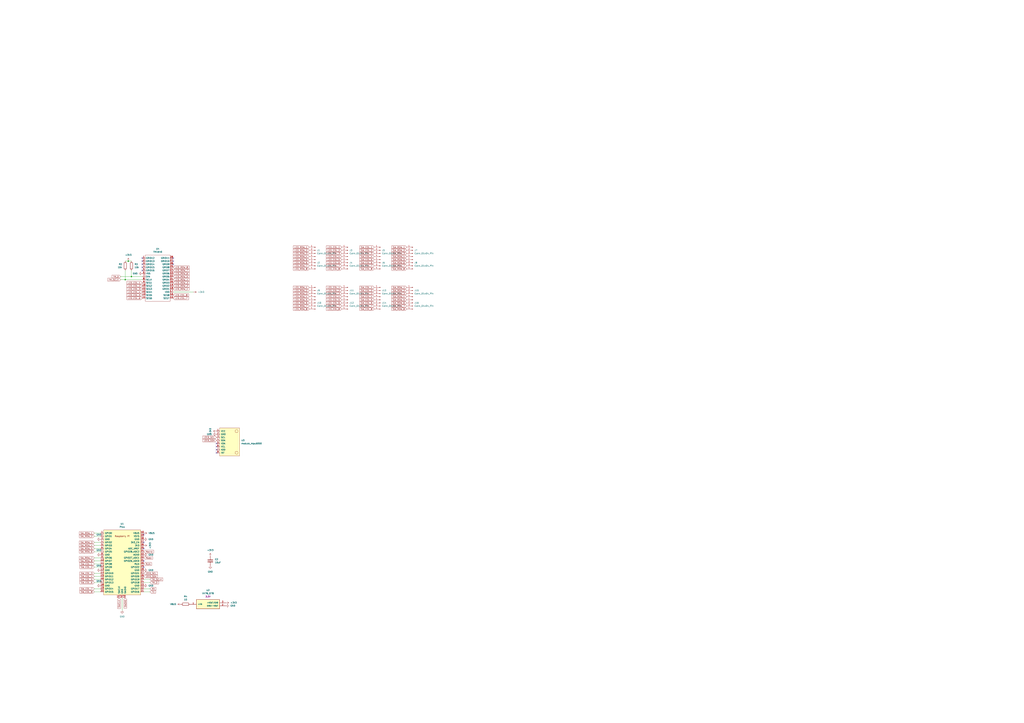
<source format=kicad_sch>
(kicad_sch (version 20231120) (generator "eeschema") (generator_version "8.0")
  (paper "A1")
  (lib_symbols
    (symbol "Connector:Conn_01x04_Pin" (pin_names (offset 1.016) hide)
      (property "Reference" "J" (at 0 5.08 0))
      (property "Value" "Conn_01x04_Pin" (at 0 -7.62 0))
      (symbol "Conn_01x04_Pin_1_1"
        (polyline (pts (xy 1.27 -5.08) (xy 0.8636 -5.08)) (stroke (width 0.1524)))
        (polyline (pts (xy 1.27 -2.54) (xy 0.8636 -2.54)) (stroke (width 0.1524)))
        (polyline (pts (xy 1.27 0) (xy 0.8636 0)) (stroke (width 0.1524)))
        (polyline (pts (xy 1.27 2.54) (xy 0.8636 2.54)) (stroke (width 0.1524)))
        (rectangle (start 0.8636 -4.953) (end 0 -5.207) (stroke (width 0.1524)) (fill (type outline)))
        (rectangle (start 0.8636 -2.413) (end 0 -2.667) (stroke (width 0.1524)) (fill (type outline)))
        (rectangle (start 0.8636 0.127) (end 0 -0.127) (stroke (width 0.1524)) (fill (type outline)))
        (rectangle (start 0.8636 2.667) (end 0 2.413) (stroke (width 0.1524)) (fill (type outline)))
        (pin passive line (at 5.08 2.54 180) (length 3.81) (name "Pin_1") (number "1"))
        (pin passive line (at 5.08 0 180) (length 3.81) (name "Pin_2") (number "2"))
        (pin passive line (at 5.08 -2.54 180) (length 3.81) (name "Pin_3") (number "3"))
        (pin passive line (at 5.08 -5.08 180) (length 3.81) (name "Pin_4") (number "4"))
      )
    )
    (symbol "Device:C" (pin_numbers hide) (pin_names (offset 0.254))
      (property "Reference" "C" (at 0.635 2.54 0))
      (property "Value" "C" (at 0.635 -2.54 0))
      (symbol "C_0_1"
        (polyline (pts (xy -2.032 -0.762) (xy 2.032 -0.762)) (stroke (width 0.508)))
        (polyline (pts (xy -2.032 0.762) (xy 2.032 0.762)) (stroke (width 0.508)))
      )
      (symbol "C_1_1"
        (pin passive line (at 0 3.81 270) (length 2.794) (name "~") (number "1"))
        (pin passive line (at 0 -3.81 90) (length 2.794) (name "~") (number "2"))
      )
    )
    (symbol "Device:R" (pin_numbers hide) (pin_names (offset 0))
      (property "Reference" "R" (at 2.032 0 90))
      (property "Value" "R" (at 0 0 90))
      (symbol "R_0_1"
        (rectangle (start -1.016 -2.54) (end 1.016 2.54) (stroke (width 0.254)))
      )
      (symbol "R_1_1"
        (pin passive line (at 0 3.81 270) (length 1.27) (name "~") (number "1"))
        (pin passive line (at 0 -3.81 90) (length 1.27) (name "~") (number "2"))
      )
    )
    (symbol "Hugelton:TM1640"
      (property "Reference" "U" (at -0.254 5.334 0))
      (property "Value" "TM1640" (at 0 3.048 0))
      (symbol "TM1640_0_1"
        (rectangle (start -10.16 0) (end 10.16 -38.1))
      )
      (symbol "TM1640_1_0"
        (pin input line (at -12.7 -2.54 0) (length 2.54) (name "GRID12") (number "1"))
        (pin input line (at -12.7 -25.4 0) (length 2.54) (name "SEG2") (number "10"))
        (pin input line (at -12.7 -27.94 0) (length 2.54) (name "SEG3") (number "11"))
        (pin input line (at -12.7 -30.48 0) (length 2.54) (name "SEG4") (number "12"))
        (pin input line (at -12.7 -33.02 0) (length 2.54) (name "SEG5") (number "13"))
        (pin input line (at -12.7 -35.56 0) (length 2.54) (name "SEG6") (number "14"))
        (pin input line (at 12.7 -35.56 180) (length 2.54) (name "SEG7") (number "15"))
        (pin input line (at 12.7 -33.02 180) (length 2.54) (name "SEG8") (number "16"))
        (pin input line (at 12.7 -27.94 180) (length 2.54) (name "GRID1") (number "18"))
        (pin input line (at 12.7 -25.4 180) (length 2.54) (name "GRID2") (number "19"))
        (pin input line (at -12.7 -5.08 0) (length 2.54) (name "GRID13") (number "2"))
        (pin input line (at 12.7 -22.86 180) (length 2.54) (name "GRID3") (number "20"))
        (pin input line (at 12.7 -20.32 180) (length 2.54) (name "GRID4") (number "21"))
        (pin input line (at 12.7 -17.78 180) (length 2.54) (name "GRID5") (number "22"))
        (pin input line (at 12.7 -15.24 180) (length 2.54) (name "GRID6") (number "23"))
        (pin input line (at 12.7 -12.7 180) (length 2.54) (name "GRID7") (number "24"))
        (pin input line (at 12.7 -10.16 180) (length 2.54) (name "GRID8") (number "25"))
        (pin input line (at 12.7 -7.62 180) (length 2.54) (name "GRID9") (number "26"))
        (pin input line (at 12.7 -5.08 180) (length 2.54) (name "GRID10") (number "27"))
        (pin input line (at 12.7 -2.54 180) (length 2.54) (name "GRID11") (number "28"))
        (pin input line (at -12.7 -7.62 0) (length 2.54) (name "GRID14") (number "3"))
        (pin input line (at -12.7 -10.16 0) (length 2.54) (name "GRID15") (number "4"))
        (pin input line (at -12.7 -12.7 0) (length 2.54) (name "GRID16") (number "5"))
        (pin input line (at -12.7 -15.24 0) (length 2.54) (name "VSS") (number "6"))
        (pin input line (at -12.7 -17.78 0) (length 2.54) (name "DIN") (number "7"))
        (pin input line (at -12.7 -20.32 0) (length 2.54) (name "SCLK") (number "8"))
        (pin input line (at -12.7 -22.86 0) (length 2.54) (name "SEG1") (number "9"))
      )
      (symbol "TM1640_1_1"
        (pin input line (at 12.7 -30.48 180) (length 2.54) (name "VDD") (number "17"))
      )
    )
    (symbol "Hugelton:VX78_O78" (pin_names (offset 1.016))
      (property "Reference" "U" (at -6.35 5.08 0))
      (property "Value" "VX78_O78" (at 0 -5.842 0))
      (property "Volt" "~" (at 0 -7.874 0))
      (symbol "VX78_O78_0_0"
        (rectangle (start -8.89 3.81) (end 10.16 -3.81) (stroke (width 0.254)) (fill (type background)))
        (pin input line (at -13.97 0 0) (length 5.08) (name "+VIN") (number "1"))
        (pin output line (at 15.24 -1.27 180) (length 5.08) (name "GND/-VOUT") (number "2"))
        (pin output line (at 15.24 1.27 180) (length 5.08) (name "+VOUT/GND") (number "3"))
      )
    )
    (symbol "MCU_RaspberryPi_and_Boards:Pico" (pin_names (offset 1.016))
      (property "Reference" "U" (at -13.97 27.94 0))
      (property "Value" "Pico" (at 0 19.05 0))
      (symbol "Pico_0_0"
        (text "Raspberry Pi" (at 0 21.59 0) (effects (font (size 1.27 1.27))))
      )
      (symbol "Pico_0_1"
        (rectangle (start -15.24 26.67) (end 15.24 -26.67) (fill (type background)))
      )
      (symbol "Pico_1_1"
        (pin bidirectional line (at -17.78 24.13 0) (length 2.54) (name "GPIO0") (number "1"))
        (pin bidirectional line (at -17.78 1.27 0) (length 2.54) (name "GPIO7") (number "10"))
        (pin bidirectional line (at -17.78 -1.27 0) (length 2.54) (name "GPIO8") (number "11"))
        (pin bidirectional line (at -17.78 -3.81 0) (length 2.54) (name "GPIO9") (number "12"))
        (pin power_in line (at -17.78 -6.35 0) (length 2.54) (name "GND") (number "13"))
        (pin bidirectional line (at -17.78 -8.89 0) (length 2.54) (name "GPIO10") (number "14"))
        (pin bidirectional line (at -17.78 -11.43 0) (length 2.54) (name "GPIO11") (number "15"))
        (pin bidirectional line (at -17.78 -13.97 0) (length 2.54) (name "GPIO12") (number "16"))
        (pin bidirectional line (at -17.78 -16.51 0) (length 2.54) (name "GPIO13") (number "17"))
        (pin power_in line (at -17.78 -19.05 0) (length 2.54) (name "GND") (number "18"))
        (pin bidirectional line (at -17.78 -21.59 0) (length 2.54) (name "GPIO14") (number "19"))
        (pin bidirectional line (at -17.78 21.59 0) (length 2.54) (name "GPIO1") (number "2"))
        (pin bidirectional line (at -17.78 -24.13 0) (length 2.54) (name "GPIO15") (number "20"))
        (pin bidirectional line (at 17.78 -24.13 180) (length 2.54) (name "GPIO16") (number "21"))
        (pin bidirectional line (at 17.78 -21.59 180) (length 2.54) (name "GPIO17") (number "22"))
        (pin power_in line (at 17.78 -19.05 180) (length 2.54) (name "GND") (number "23"))
        (pin bidirectional line (at 17.78 -16.51 180) (length 2.54) (name "GPIO18") (number "24"))
        (pin bidirectional line (at 17.78 -13.97 180) (length 2.54) (name "GPIO19") (number "25"))
        (pin bidirectional line (at 17.78 -11.43 180) (length 2.54) (name "GPIO20") (number "26"))
        (pin bidirectional line (at 17.78 -8.89 180) (length 2.54) (name "GPIO21") (number "27"))
        (pin power_in line (at 17.78 -6.35 180) (length 2.54) (name "GND") (number "28"))
        (pin bidirectional line (at 17.78 -3.81 180) (length 2.54) (name "GPIO22") (number "29"))
        (pin power_in line (at -17.78 19.05 0) (length 2.54) (name "GND") (number "3"))
        (pin input line (at 17.78 -1.27 180) (length 2.54) (name "RUN") (number "30"))
        (pin bidirectional line (at 17.78 1.27 180) (length 2.54) (name "GPIO26_ADC0") (number "31"))
        (pin bidirectional line (at 17.78 3.81 180) (length 2.54) (name "GPIO27_ADC1") (number "32"))
        (pin power_in line (at 17.78 6.35 180) (length 2.54) (name "AGND") (number "33"))
        (pin bidirectional line (at 17.78 8.89 180) (length 2.54) (name "GPIO28_ADC2") (number "34"))
        (pin unspecified line (at 17.78 11.43 180) (length 2.54) (name "ADC_VREF") (number "35"))
        (pin power_out line (at 17.78 13.97 180) (length 2.54) (name "3V3") (number "36"))
        (pin input line (at 17.78 16.51 180) (length 2.54) (name "3V3_EN") (number "37"))
        (pin power_in line (at 17.78 19.05 180) (length 2.54) (name "GND") (number "38"))
        (pin power_in line (at 17.78 21.59 180) (length 2.54) (name "VSYS") (number "39"))
        (pin bidirectional line (at -17.78 16.51 0) (length 2.54) (name "GPIO2") (number "4"))
        (pin unspecified line (at 17.78 24.13 180) (length 2.54) (name "VBUS") (number "40"))
        (pin input line (at -2.54 -29.21 90) (length 2.54) (name "SWCLK") (number "41"))
        (pin power_in line (at 0 -29.21 90) (length 2.54) (name "GND") (number "42"))
        (pin bidirectional line (at 2.54 -29.21 90) (length 2.54) (name "SWDIO") (number "43"))
        (pin bidirectional line (at -17.78 13.97 0) (length 2.54) (name "GPIO3") (number "5"))
        (pin bidirectional line (at -17.78 11.43 0) (length 2.54) (name "GPIO4") (number "6"))
        (pin bidirectional line (at -17.78 8.89 0) (length 2.54) (name "GPIO5") (number "7"))
        (pin power_in line (at -17.78 6.35 0) (length 2.54) (name "GND") (number "8"))
        (pin bidirectional line (at -17.78 3.81 0) (length 2.54) (name "GPIO6") (number "9"))
      )
    )
    (symbol "power:+3V3" (power) (pin_numbers hide) (pin_names (offset 0) hide)
      (property "Value" "+3V3" (at 0 3.556 0))
      (symbol "+3V3_0_1"
        (polyline (pts (xy -0.762 1.27) (xy 0 2.54)))
        (polyline (pts (xy 0 0) (xy 0 2.54)))
        (polyline (pts (xy 0 2.54) (xy 0.762 1.27)))
      )
      (symbol "+3V3_1_1"
        (pin power_in line (at 0 0 90) (length 0) (name "~") (number "1"))
      )
    )
    (symbol "power:GND" (power) (pin_numbers hide) (pin_names (offset 0) hide)
      (property "Value" "GND" (at 0 -3.81 0))
      (symbol "GND_0_1"
        (polyline (pts (xy 0 0) (xy 0 -1.27) (xy 1.27 -1.27) (xy 0 -2.54) (xy -1.27 -1.27) (xy 0 -1.27)))
      )
      (symbol "GND_1_1"
        (pin power_in line (at 0 0 270) (length 0) (name "~") (number "1"))
      )
    )
    (symbol "power:VBUS" (power) (pin_numbers hide) (pin_names (offset 0) hide)
      (property "Value" "VBUS" (at 0 3.556 0))
      (symbol "VBUS_0_1"
        (polyline (pts (xy -0.762 1.27) (xy 0 2.54)))
        (polyline (pts (xy 0 0) (xy 0 2.54)))
        (polyline (pts (xy 0 2.54) (xy 0.762 1.27)))
      )
      (symbol "VBUS_1_1"
        (pin power_in line (at 0 0 90) (length 0) (name "~") (number "1"))
      )
    )
    (symbol "usini_sensors:module_mpu6050" (pin_names (offset 1.016))
      (property "Reference" "U" (at 2.54 21.59 0))
      (property "Value" "module_mpu6050" (at 11.43 -3.81 0))
      (symbol "module_mpu6050_0_1"
        (rectangle (start 2.54 20.32) (end 19.05 -2.54) (fill (type background)))
        (circle (center 16.51 0) (radius 1.27))
        (circle (center 16.51 17.78) (radius 1.27))
      )
      (symbol "module_mpu6050_1_1"
        (pin input line (at 0 17.78 0) (length 2.54) (name "VCC") (number "1"))
        (pin input line (at 0 15.24 0) (length 2.54) (name "GND") (number "2"))
        (pin input line (at 0 12.7 0) (length 2.54) (name "SCL") (number "3"))
        (pin input line (at 0 10.16 0) (length 2.54) (name "SDA") (number "4"))
        (pin input line (at 0 7.62 0) (length 2.54) (name "XDA") (number "5"))
        (pin input line (at 0 5.08 0) (length 2.54) (name "XCL") (number "6"))
        (pin input line (at 0 2.54 0) (length 2.54) (name "ADD") (number "7"))
        (pin input line (at 0 0 0) (length 2.54) (name "INT") (number "8"))
      )
    )
  )
  (junction (at 107.95 227.33))
  (junction (at 102.87 229.87))
  (junction (at 105.41 214.63))
  (no_connect (at 118.11 445.77))
  (no_connect (at 177.8 364.49))
  (no_connect (at 116.84 222.25))
  (no_connect (at 177.8 369.57))
  (no_connect (at 118.11 450.85))
  (no_connect (at 177.8 367.03))
  (no_connect (at 142.24 212.09))
  (no_connect (at 116.84 214.63))
  (no_connect (at 177.8 372.11))
  (no_connect (at 116.84 219.71))
  (no_connect (at 142.24 217.17))
  (no_connect (at 116.84 217.17))
  (no_connect (at 118.11 461.01))
  (no_connect (at 142.24 214.63))
  (no_connect (at 118.11 466.09))
  (no_connect (at 118.11 439.42))
  (no_connect (at 116.84 212.09))
  (wire (pts (xy 123.19 486.41) (xy 118.11 486.41)))
  (wire (pts (xy 77.47 486.41) (xy 82.55 486.41)))
  (wire (pts (xy 77.47 445.77) (xy 82.55 445.77)))
  (wire (pts (xy 77.47 478.79) (xy 82.55 478.79)))
  (wire (pts (xy 105.41 214.63) (xy 107.95 214.63)))
  (wire (pts (xy 77.47 463.55) (xy 82.55 463.55)))
  (wire (pts (xy 102.87 214.63) (xy 105.41 214.63)))
  (wire (pts (xy 77.47 476.25) (xy 82.55 476.25)))
  (wire (pts (xy 102.87 229.87) (xy 116.84 229.87)))
  (wire (pts (xy 77.47 473.71) (xy 82.55 473.71)))
  (wire (pts (xy 123.19 476.25) (xy 118.11 476.25)))
  (wire (pts (xy 77.47 453.39) (xy 82.55 453.39)))
  (wire (pts (xy 99.06 229.87) (xy 102.87 229.87)))
  (wire (pts (xy 100.33 501.65) (xy 100.33 491.49)))
  (wire (pts (xy 77.47 483.87) (xy 82.55 483.87)))
  (wire (pts (xy 99.06 227.33) (xy 107.95 227.33)))
  (wire (pts (xy 107.95 222.25) (xy 107.95 227.33)))
  (wire (pts (xy 77.47 448.31) (xy 82.55 448.31)))
  (wire (pts (xy 123.19 483.87) (xy 118.11 483.87)))
  (wire (pts (xy 158.75 240.03) (xy 142.24 240.03)))
  (wire (pts (xy 77.47 466.09) (xy 82.55 466.09)))
  (wire (pts (xy 77.47 458.47) (xy 82.55 458.47)))
  (wire (pts (xy 77.47 438.15) (xy 82.55 438.15)))
  (wire (pts (xy 123.19 478.79) (xy 118.11 478.79)))
  (wire (pts (xy 77.47 471.17) (xy 82.55 471.17)))
  (wire (pts (xy 77.47 450.85) (xy 82.55 450.85)))
  (wire (pts (xy 77.47 440.69) (xy 82.55 440.69)))
  (wire (pts (xy 107.95 227.33) (xy 116.84 227.33)))
  (wire (pts (xy 77.47 461.01) (xy 82.55 461.01)))
  (wire (pts (xy 102.87 222.25) (xy 102.87 229.87)))
  (global_label "LED_ROW_8" (shape input) (at 142.24 219.71 0) (property "Intersheetrefs" "${INTERSHEET_REFS}" (effects (hide yes))))
  (global_label "LED_ROW_3" (shape input) (at 142.24 232.41 0) (property "Intersheetrefs" "${INTERSHEET_REFS}" (effects (hide yes))))
  (global_label "SW_COL_5" (shape input) (at 307.34 246.38 180) (property "Intersheetrefs" "${INTERSHEET_REFS}" (effects (hide yes))))
  (global_label "LED_ROW_6" (shape input) (at 254 248.92 180) (property "Intersheetrefs" "${INTERSHEET_REFS}" (effects (hide yes))))
  (global_label "SW_COL_4" (shape input) (at 77.47 473.71 180) (property "Intersheetrefs" "${INTERSHEET_REFS}" (effects (hide yes))))
  (global_label "LED_ROW_3" (shape input) (at 254 208.28 180) (property "Intersheetrefs" "${INTERSHEET_REFS}" (effects (hide yes))))
  (global_label "SW_ROW_2" (shape input) (at 77.47 440.69 180) (property "Intersheetrefs" "${INTERSHEET_REFS}" (effects (hide yes))))
  (global_label "SW_COL_3" (shape input) (at 307.34 241.3 180) (property "Intersheetrefs" "${INTERSHEET_REFS}" (effects (hide yes))))
  (global_label "SW_ROW_5" (shape input) (at 334.01 213.36 180) (property "Intersheetrefs" "${INTERSHEET_REFS}" (effects (hide yes))))
  (global_label "LED_COL_6" (shape input) (at 116.84 245.11 180) (property "Intersheetrefs" "${INTERSHEET_REFS}" (effects (hide yes))))
  (global_label "SW_COL_4" (shape input) (at 307.34 210.82 180) (property "Intersheetrefs" "${INTERSHEET_REFS}" (effects (hide yes))))
  (global_label "LED_COL_8" (shape input) (at 142.24 242.57 0) (property "Intersheetrefs" "${INTERSHEET_REFS}" (effects (hide yes))))
  (global_label "TM_SCLK" (shape input) (at 123.19 476.25 0) (property "Intersheetrefs" "${INTERSHEET_REFS}" (effects (hide yes))))
  (global_label "SW_ROW_5" (shape input) (at 334.01 246.38 180) (property "Intersheetrefs" "${INTERSHEET_REFS}" (effects (hide yes))))
  (global_label "LED_ROW_1" (shape input) (at 142.24 237.49 0) (property "Intersheetrefs" "${INTERSHEET_REFS}" (effects (hide yes))))
  (global_label "SW_ROW_8" (shape input) (at 77.47 461.01 180) (property "Intersheetrefs" "${INTERSHEET_REFS}" (effects (hide yes))))
  (global_label "LED_COL_5" (shape input) (at 280.67 246.38 180) (property "Intersheetrefs" "${INTERSHEET_REFS}" (effects (hide yes))))
  (global_label "LED_COL_2" (shape input) (at 280.67 205.74 180) (property "Intersheetrefs" "${INTERSHEET_REFS}" (effects (hide yes))))
  (global_label "LED_ROW_4" (shape input) (at 254 243.84 180) (property "Intersheetrefs" "${INTERSHEET_REFS}" (effects (hide yes))))
  (global_label "SW_ROW_1" (shape input) (at 77.47 438.15 180) (property "Intersheetrefs" "${INTERSHEET_REFS}" (effects (hide yes))))
  (global_label "SW_COL_6" (shape input) (at 77.47 478.79 180) (property "Intersheetrefs" "${INTERSHEET_REFS}" (effects (hide yes))))
  (global_label "SW_COL_3" (shape input) (at 77.47 471.17 180) (property "Intersheetrefs" "${INTERSHEET_REFS}" (effects (hide yes))))
  (global_label "LED_COL_4" (shape input) (at 116.84 240.03 180) (property "Intersheetrefs" "${INTERSHEET_REFS}" (effects (hide yes))))
  (global_label "SW_ROW_6" (shape input) (at 334.01 215.9 180) (property "Intersheetrefs" "${INTERSHEET_REFS}" (effects (hide yes))))
  (global_label "SW_COL_7" (shape input) (at 307.34 218.44 180) (property "Intersheetrefs" "${INTERSHEET_REFS}" (effects (hide yes))))
  (global_label "SW_COL_1" (shape input) (at 77.47 463.55 180) (property "Intersheetrefs" "${INTERSHEET_REFS}" (effects (hide yes))))
  (global_label "LED_ROW_3" (shape input) (at 254 241.3 180) (property "Intersheetrefs" "${INTERSHEET_REFS}" (effects (hide yes))))
  (global_label "SW_COL_2" (shape input) (at 77.47 466.09 180) (property "Intersheetrefs" "${INTERSHEET_REFS}" (effects (hide yes))))
  (global_label "LED_COL_6" (shape input) (at 280.67 215.9 180) (property "Intersheetrefs" "${INTERSHEET_REFS}" (effects (hide yes))))
  (global_label "LED_ROW_2" (shape input) (at 254 238.76 180) (property "Intersheetrefs" "${INTERSHEET_REFS}" (effects (hide yes))))
  (global_label "SW_COL_1" (shape input) (at 307.34 236.22 180) (property "Intersheetrefs" "${INTERSHEET_REFS}" (effects (hide yes))))
  (global_label "LED_COL_1" (shape input) (at 116.84 232.41 180) (property "Intersheetrefs" "${INTERSHEET_REFS}" (effects (hide yes))))
  (global_label "SW_COL_5" (shape input) (at 77.47 476.25 180) (property "Intersheetrefs" "${INTERSHEET_REFS}" (effects (hide yes))))
  (global_label "LED_ROW_4" (shape input) (at 254 210.82 180) (property "Intersheetrefs" "${INTERSHEET_REFS}" (effects (hide yes))))
  (global_label "LED_ROW_7" (shape input) (at 254 218.44 180) (property "Intersheetrefs" "${INTERSHEET_REFS}" (effects (hide yes))))
  (global_label "SW_ROW_4" (shape input) (at 77.47 448.31 180) (property "Intersheetrefs" "${INTERSHEET_REFS}" (effects (hide yes))))
  (global_label "SW_ROW_1" (shape input) (at 334.01 236.22 180) (property "Intersheetrefs" "${INTERSHEET_REFS}" (effects (hide yes))))
  (global_label "LED_COL_4" (shape input) (at 280.67 210.82 180) (property "Intersheetrefs" "${INTERSHEET_REFS}" (effects (hide yes))))
  (global_label "SW_COL_7" (shape input) (at 77.47 483.87 180) (property "Intersheetrefs" "${INTERSHEET_REFS}" (effects (hide yes))))
  (global_label "LED_COL_1" (shape input) (at 280.67 203.2 180) (property "Intersheetrefs" "${INTERSHEET_REFS}" (effects (hide yes))))
  (global_label "SW_ROW_7" (shape input) (at 334.01 218.44 180) (property "Intersheetrefs" "${INTERSHEET_REFS}" (effects (hide yes))))
  (global_label "SW_COL_6" (shape input) (at 307.34 215.9 180) (property "Intersheetrefs" "${INTERSHEET_REFS}" (effects (hide yes))))
  (global_label "SW_COL_3" (shape input) (at 307.34 208.28 180) (property "Intersheetrefs" "${INTERSHEET_REFS}" (effects (hide yes))))
  (global_label "SW_COL_8" (shape input) (at 307.34 220.98 180) (property "Intersheetrefs" "${INTERSHEET_REFS}" (effects (hide yes))))
  (global_label "LED_ROW_5" (shape input) (at 142.24 227.33 0) (property "Intersheetrefs" "${INTERSHEET_REFS}" (effects (hide yes))))
  (global_label "LED_COL_2" (shape input) (at 116.84 234.95 180) (property "Intersheetrefs" "${INTERSHEET_REFS}" (effects (hide yes))))
  (global_label "LED_COL_3" (shape input) (at 280.67 241.3 180) (property "Intersheetrefs" "${INTERSHEET_REFS}" (effects (hide yes))))
  (global_label "LED_ROW_8" (shape input) (at 254 220.98 180) (property "Intersheetrefs" "${INTERSHEET_REFS}" (effects (hide yes))))
  (global_label "SW_COL_6" (shape input) (at 307.34 248.92 180) (property "Intersheetrefs" "${INTERSHEET_REFS}" (effects (hide yes))))
  (global_label "LED_ROW_2" (shape input) (at 254 205.74 180) (property "Intersheetrefs" "${INTERSHEET_REFS}" (effects (hide yes))))
  (global_label "SWDIO" (shape input) (at 102.87 491.49 270) (property "Intersheetrefs" "${INTERSHEET_REFS}" (effects (hide yes))))
  (global_label "I2C0_SCL" (shape input) (at 118.11 471.17 0) (property "Intersheetrefs" "${INTERSHEET_REFS}" (effects (hide yes))))
  (global_label "LED_COL_7" (shape input) (at 280.67 251.46 180) (property "Intersheetrefs" "${INTERSHEET_REFS}" (effects (hide yes))))
  (global_label "SWCLK" (shape input) (at 97.79 491.49 270) (property "Intersheetrefs" "${INTERSHEET_REFS}" (effects (hide yes))))
  (global_label "SW_ROW_7" (shape input) (at 77.47 458.47 180) (property "Intersheetrefs" "${INTERSHEET_REFS}" (effects (hide yes))))
  (global_label "LED_ROW_2" (shape input) (at 142.24 234.95 0) (property "Intersheetrefs" "${INTERSHEET_REFS}" (effects (hide yes))))
  (global_label "LED_ROW_6" (shape input) (at 254 215.9 180) (property "Intersheetrefs" "${INTERSHEET_REFS}" (effects (hide yes))))
  (global_label "LED_COL_7" (shape input) (at 280.67 218.44 180) (property "Intersheetrefs" "${INTERSHEET_REFS}" (effects (hide yes))))
  (global_label "LED_COL_5" (shape input) (at 116.84 242.57 180) (property "Intersheetrefs" "${INTERSHEET_REFS}" (effects (hide yes))))
  (global_label "LED_COL_7" (shape input) (at 142.24 245.11 0) (property "Intersheetrefs" "${INTERSHEET_REFS}" (effects (hide yes))))
  (global_label "LED_ROW_4" (shape input) (at 142.24 229.87 0) (property "Intersheetrefs" "${INTERSHEET_REFS}" (effects (hide yes))))
  (global_label "I2C0_SDA" (shape input) (at 177.8 361.95 180) (property "Intersheetrefs" "${INTERSHEET_REFS}" (effects (hide yes))))
  (global_label "SW_ROW_8" (shape input) (at 334.01 254 180) (property "Intersheetrefs" "${INTERSHEET_REFS}" (effects (hide yes))))
  (global_label "LED_COL_6" (shape input) (at 280.67 248.92 180) (property "Intersheetrefs" "${INTERSHEET_REFS}" (effects (hide yes))))
  (global_label "LED_ROW_7" (shape input) (at 142.24 222.25 0) (property "Intersheetrefs" "${INTERSHEET_REFS}" (effects (hide yes))))
  (global_label "SW_ROW_3" (shape input) (at 77.47 445.77 180) (property "Intersheetrefs" "${INTERSHEET_REFS}" (effects (hide yes))))
  (global_label "LED_COL_3" (shape input) (at 116.84 237.49 180) (property "Intersheetrefs" "${INTERSHEET_REFS}" (effects (hide yes))))
  (global_label "SW_ROW_5" (shape input) (at 77.47 450.85 180) (property "Intersheetrefs" "${INTERSHEET_REFS}" (effects (hide yes))))
  (global_label "TX" (shape input) (at 123.19 486.41 0) (property "Intersheetrefs" "${INTERSHEET_REFS}" (effects (hide yes))))
  (global_label "LED_COL_3" (shape input) (at 280.67 208.28 180) (property "Intersheetrefs" "${INTERSHEET_REFS}" (effects (hide yes))))
  (global_label "LED_COL_5" (shape input) (at 280.67 213.36 180) (property "Intersheetrefs" "${INTERSHEET_REFS}" (effects (hide yes))))
  (global_label "LED_COL_2" (shape input) (at 280.67 238.76 180) (property "Intersheetrefs" "${INTERSHEET_REFS}" (effects (hide yes))))
  (global_label "RUN" (shape input) (at 118.11 463.55 0) (property "Intersheetrefs" "${INTERSHEET_REFS}" (effects (hide yes))))
  (global_label "SW_ROW_7" (shape input) (at 334.01 251.46 180) (property "Intersheetrefs" "${INTERSHEET_REFS}" (effects (hide yes))))
  (global_label "RX" (shape input) (at 123.19 483.87 0) (property "Intersheetrefs" "${INTERSHEET_REFS}" (effects (hide yes))))
  (global_label "SW_COL_5" (shape input) (at 307.34 213.36 180) (property "Intersheetrefs" "${INTERSHEET_REFS}" (effects (hide yes))))
  (global_label "LED_ROW_8" (shape input) (at 254 254 180) (property "Intersheetrefs" "${INTERSHEET_REFS}" (effects (hide yes))))
  (global_label "TM_D" (shape input) (at 99.06 227.33 180) (property "Intersheetrefs" "${INTERSHEET_REFS}" (effects (hide yes))))
  (global_label "I2C0_SCL" (shape input) (at 177.8 359.41 180) (property "Intersheetrefs" "${INTERSHEET_REFS}" (effects (hide yes))))
  (global_label "SW_ROW_2" (shape input) (at 334.01 238.76 180) (property "Intersheetrefs" "${INTERSHEET_REFS}" (effects (hide yes))))
  (global_label "SW_ROW_4" (shape input) (at 334.01 243.84 180) (property "Intersheetrefs" "${INTERSHEET_REFS}" (effects (hide yes))))
  (global_label "SW_ROW_3" (shape input) (at 334.01 208.28 180) (property "Intersheetrefs" "${INTERSHEET_REFS}" (effects (hide yes))))
  (global_label "SW_COL_2" (shape input) (at 307.34 205.74 180) (property "Intersheetrefs" "${INTERSHEET_REFS}" (effects (hide yes))))
  (global_label "Macro" (shape input) (at 118.11 453.39 0) (property "Intersheetrefs" "${INTERSHEET_REFS}" (effects (hide yes))))
  (global_label "SW_ROW_6" (shape input) (at 77.47 453.39 180) (property "Intersheetrefs" "${INTERSHEET_REFS}" (effects (hide yes))))
  (global_label "SW_ROW_8" (shape input) (at 334.01 220.98 180) (property "Intersheetrefs" "${INTERSHEET_REFS}" (effects (hide yes))))
  (global_label "LED_ROW_5" (shape input) (at 254 213.36 180) (property "Intersheetrefs" "${INTERSHEET_REFS}" (effects (hide yes))))
  (global_label "TM_SCLK" (shape input) (at 99.06 229.87 180) (property "Intersheetrefs" "${INTERSHEET_REFS}" (effects (hide yes))))
  (global_label "SW_COL_8" (shape input) (at 307.34 254 180) (property "Intersheetrefs" "${INTERSHEET_REFS}" (effects (hide yes))))
  (global_label "LED_COL_8" (shape input) (at 280.67 220.98 180) (property "Intersheetrefs" "${INTERSHEET_REFS}" (effects (hide yes))))
  (global_label "LED_ROW_7" (shape input) (at 254 251.46 180) (property "Intersheetrefs" "${INTERSHEET_REFS}" (effects (hide yes))))
  (global_label "SW_ROW_3" (shape input) (at 334.01 241.3 180) (property "Intersheetrefs" "${INTERSHEET_REFS}" (effects (hide yes))))
  (global_label "LED_ROW_1" (shape input) (at 254 203.2 180) (property "Intersheetrefs" "${INTERSHEET_REFS}" (effects (hide yes))))
  (global_label "SW_COL_7" (shape input) (at 307.34 251.46 180) (property "Intersheetrefs" "${INTERSHEET_REFS}" (effects (hide yes))))
  (global_label "LED_ROW_5" (shape input) (at 254 246.38 180) (property "Intersheetrefs" "${INTERSHEET_REFS}" (effects (hide yes))))
  (global_label "TM_D" (shape input) (at 123.19 478.79 0) (property "Intersheetrefs" "${INTERSHEET_REFS}" (effects (hide yes))))
  (global_label "Mode" (shape input) (at 118.11 458.47 0) (property "Intersheetrefs" "${INTERSHEET_REFS}" (effects (hide yes))))
  (global_label "LED_ROW_1" (shape input) (at 254 236.22 180) (property "Intersheetrefs" "${INTERSHEET_REFS}" (effects (hide yes))))
  (global_label "SW_COL_1" (shape input) (at 307.34 203.2 180) (property "Intersheetrefs" "${INTERSHEET_REFS}" (effects (hide yes))))
  (global_label "SW_ROW_2" (shape input) (at 334.01 205.74 180) (property "Intersheetrefs" "${INTERSHEET_REFS}" (effects (hide yes))))
  (global_label "LED_ROW_6" (shape input) (at 142.24 224.79 0) (property "Intersheetrefs" "${INTERSHEET_REFS}" (effects (hide yes))))
  (global_label "SW_ROW_6" (shape input) (at 334.01 248.92 180) (property "Intersheetrefs" "${INTERSHEET_REFS}" (effects (hide yes))))
  (global_label "SW_ROW_1" (shape input) (at 334.01 203.2 180) (property "Intersheetrefs" "${INTERSHEET_REFS}" (effects (hide yes))))
  (global_label "LED_COL_8" (shape input) (at 280.67 254 180) (property "Intersheetrefs" "${INTERSHEET_REFS}" (effects (hide yes))))
  (global_label "LED_COL_1" (shape input) (at 280.67 236.22 180) (property "Intersheetrefs" "${INTERSHEET_REFS}" (effects (hide yes))))
  (global_label "SW_COL_8" (shape input) (at 77.47 486.41 180) (property "Intersheetrefs" "${INTERSHEET_REFS}" (effects (hide yes))))
  (global_label "SW_ROW_4" (shape input) (at 334.01 210.82 180) (property "Intersheetrefs" "${INTERSHEET_REFS}" (effects (hide yes))))
  (global_label "SW_COL_4" (shape input) (at 307.34 243.84 180) (property "Intersheetrefs" "${INTERSHEET_REFS}" (effects (hide yes))))
  (global_label "I2C0_SDA" (shape input) (at 118.11 473.71 0) (property "Intersheetrefs" "${INTERSHEET_REFS}" (effects (hide yes))))
  (global_label "LED_COL_4" (shape input) (at 280.67 243.84 180) (property "Intersheetrefs" "${INTERSHEET_REFS}" (effects (hide yes))))
  (global_label "SW_COL_2" (shape input) (at 307.34 238.76 180) (property "Intersheetrefs" "${INTERSHEET_REFS}" (effects (hide yes))))
  (symbol (lib_id "power:GND") (at 82.55 443.23 270) (unit 1)
    (property "Reference" "#PWR022" (effects (hide yes)))
    (property "Value" "GND" (at 81.28 439.42 90))
    (property "Description" "Power symbol creates a global label with name \"GND\" , ground" (effects (hide yes)))
  )
  (symbol (lib_id "Device:R") (at 107.95 218.44 0) (unit 1)
    (property "Reference" "R3" (at 110.49 217.1699 0) (effects (justify left)))
    (property "Value" "10k" (at 110.49 219.7099 0) (effects (justify left)))
    (property "Footprint" "Resistor_SMD:R_0603_1608Metric_Pad0.98x0.95mm_HandSolder" (effects (hide yes)))
    (property "Description" "Resistor" (effects (hide yes)))
  )
  (symbol (lib_id "Connector:Conn_01x04_Pin") (at 339.09 215.9 0) (mirror y) (unit 1)
    (property "Reference" "J8" (at 340.36 215.8999 0) (effects (justify right)))
    (property "Value" "Conn_01x04_Pin" (at 340.36 218.4399 0) (effects (justify right)))
    (property "Footprint" "Connector_PinHeader_2.54mm:PinHeader_1x04_P2.54mm_Vertical" (effects (hide yes)))
    (property "Description" "Generic connector, single row, 01x04, script generated" (effects (hide yes)))
  )
  (symbol (lib_id "power:GND") (at 118.11 481.33 90) (unit 1)
    (property "Reference" "#PWR031" (effects (hide yes)))
    (property "Value" "GND" (at 121.92 481.3299 90) (effects (justify right)))
    (property "Description" "Power symbol creates a global label with name \"GND\" , ground" (effects (hide yes)))
  )
  (symbol (lib_id "power:+3V3") (at 118.11 448.31 270) (unit 1)
    (property "Reference" "#PWR040" (effects (hide yes)))
    (property "Value" "+3V3" (at 123.19 448.31 0))
    (property "Description" "Power symbol creates a global label with name \"+3V3\"" (effects (hide yes)))
  )
  (symbol (lib_id "Device:R") (at 102.87 218.44 0) (unit 1)
    (property "Reference" "R2" (at 100.33 217.1699 0) (effects (justify right)))
    (property "Value" "10k" (at 100.33 219.7099 0) (effects (justify right)))
    (property "Footprint" "Resistor_SMD:R_0603_1608Metric_Pad0.98x0.95mm_HandSolder" (effects (hide yes)))
    (property "Description" "Resistor" (effects (hide yes)))
  )
  (symbol (lib_id "power:+3V3") (at 105.41 214.63 0) (unit 1)
    (property "Reference" "#PWR08" (effects (hide yes)))
    (property "Value" "+3V3" (at 105.41 209.55 0))
    (property "Description" "Power symbol creates a global label with name \"+3V3\"" (effects (hide yes)))
  )
  (symbol (lib_id "power:GND") (at 118.11 468.63 90) (unit 1)
    (property "Reference" "#PWR032" (effects (hide yes)))
    (property "Value" "GND" (at 121.92 468.6299 90) (effects (justify right)))
    (property "Description" "Power symbol creates a global label with name \"GND\" , ground" (effects (hide yes)))
  )
  (symbol (lib_id "Connector:Conn_01x04_Pin") (at 339.09 248.92 0) (mirror y) (unit 1)
    (property "Reference" "J16" (at 340.36 248.9199 0) (effects (justify right)))
    (property "Value" "Conn_01x04_Pin" (at 340.36 251.4599 0) (effects (justify right)))
    (property "Footprint" "Connector_PinSocket_2.54mm:PinSocket_1x04_P2.54mm_Vertical" (effects (hide yes)))
    (property "Description" "Generic connector, single row, 01x04, script generated" (effects (hide yes)))
  )
  (symbol (lib_id "power:VBUS") (at 118.11 438.15 270) (unit 1)
    (property "Reference" "#PWR035" (effects (hide yes)))
    (property "Value" "VBUS" (at 121.92 438.1499 90) (effects (justify left)))
    (property "Description" "Power symbol creates a global label with name \"VBUS\"" (effects (hide yes)))
  )
  (symbol (lib_id "power:GND") (at 118.11 455.93 90) (unit 1)
    (property "Reference" "#PWR033" (effects (hide yes)))
    (property "Value" "GND" (at 121.92 455.9299 90) (effects (justify right)))
    (property "Description" "Power symbol creates a global label with name \"GND\" , ground" (effects (hide yes)))
  )
  (symbol (lib_id "Connector:Conn_01x04_Pin") (at 285.75 215.9 0) (mirror y) (unit 1)
    (property "Reference" "J4" (at 287.02 215.8999 0) (effects (justify right)))
    (property "Value" "Conn_01x04_Pin" (at 287.02 218.4399 0) (effects (justify right)))
    (property "Footprint" "Connector_PinHeader_2.54mm:PinHeader_1x04_P2.54mm_Vertical" (effects (hide yes)))
    (property "Description" "Generic connector, single row, 01x04, script generated" (effects (hide yes)))
  )
  (symbol (lib_id "power:GND") (at 118.11 443.23 90) (unit 1)
    (property "Reference" "#PWR034" (effects (hide yes)))
    (property "Value" "GND" (at 121.92 443.2299 90) (effects (justify right)))
    (property "Description" "Power symbol creates a global label with name \"GND\" , ground" (effects (hide yes)))
  )
  (symbol (lib_id "Connector:Conn_01x04_Pin") (at 312.42 205.74 0) (mirror y) (unit 1)
    (property "Reference" "J5" (at 313.69 205.7399 0) (effects (justify right)))
    (property "Value" "Conn_01x04_Pin" (at 313.69 208.2799 0) (effects (justify right)))
    (property "Footprint" "Connector_PinHeader_2.54mm:PinHeader_1x04_P2.54mm_Vertical" (effects (hide yes)))
    (property "Description" "Generic connector, single row, 01x04, script generated" (effects (hide yes)))
  )
  (symbol (lib_id "Device:C") (at 172.72 461.01 0) (unit 1)
    (property "Reference" "C2" (at 176.53 459.7399 0) (effects (justify left)))
    (property "Value" "10uF" (at 176.53 462.2799 0) (effects (justify left)))
    (property "Footprint" "Capacitor_SMD:C_0603_1608Metric_Pad1.08x0.95mm_HandSolder" (effects (hide yes)))
    (property "Description" "Unpolarized capacitor" (effects (hide yes)))
  )
  (symbol (lib_id "Connector:Conn_01x04_Pin") (at 259.08 205.74 0) (mirror y) (unit 1)
    (property "Reference" "J1" (at 260.35 205.7399 0) (effects (justify right)))
    (property "Value" "Conn_01x04_Pin" (at 260.35 208.2799 0) (effects (justify right)))
    (property "Footprint" "Connector_PinHeader_2.54mm:PinHeader_1x04_P2.54mm_Vertical" (effects (hide yes)))
    (property "Description" "Generic connector, single row, 01x04, script generated" (effects (hide yes)))
  )
  (symbol (lib_id "Connector:Conn_01x04_Pin") (at 259.08 238.76 0) (mirror y) (unit 1)
    (property "Reference" "J9" (at 260.35 238.7599 0) (effects (justify right)))
    (property "Value" "Conn_01x04_Pin" (at 260.35 241.2999 0) (effects (justify right)))
    (property "Footprint" "Connector_PinSocket_2.54mm:PinSocket_1x04_P2.54mm_Vertical" (effects (hide yes)))
    (property "Description" "Generic connector, single row, 01x04, script generated" (effects (hide yes)))
  )
  (symbol (lib_id "Connector:Conn_01x04_Pin") (at 339.09 205.74 0) (mirror y) (unit 1)
    (property "Reference" "J7" (at 340.36 205.7399 0) (effects (justify right)))
    (property "Value" "Conn_01x04_Pin" (at 340.36 208.2799 0) (effects (justify right)))
    (property "Footprint" "Connector_PinHeader_2.54mm:PinHeader_1x04_P2.54mm_Vertical" (effects (hide yes)))
    (property "Description" "Generic connector, single row, 01x04, script generated" (effects (hide yes)))
  )
  (symbol (lib_id "power:+3V3") (at 172.72 457.2 0) (unit 1)
    (property "Reference" "#PWR015" (effects (hide yes)))
    (property "Value" "+3V3" (at 172.72 452.12 0))
    (property "Description" "Power symbol creates a global label with name \"+3V3\"" (effects (hide yes)))
  )
  (symbol (lib_id "Hugelton:TM1640") (at 129.54 209.55 0) (unit 1)
    (property "Reference" "U4" (at 129.54 204.47 0))
    (property "Value" "TM1640" (at 129.54 207.01 0))
    (property "Footprint" "Package_SO:SOP-28_8.4x18.16mm_P1.27mm" (effects (hide yes)))
  )
  (symbol (lib_id "power:GND") (at 100.33 501.65 0) (unit 1)
    (property "Reference" "#PWR036" (effects (hide yes)))
    (property "Value" "GND" (at 100.33 506.73 0))
    (property "Description" "Power symbol creates a global label with name \"GND\" , ground" (effects (hide yes)))
  )
  (symbol (lib_id "usini_sensors:module_mpu6050") (at 177.8 372.11 0) (unit 1)
    (property "Reference" "U3" (at 198.12 361.9499 0) (effects (justify left)))
    (property "Value" "module_mpu6050" (at 198.12 364.4899 0) (effects (justify left)))
    (property "Footprint" "usini_sensors:module_mpu6050" (effects (hide yes)))
  )
  (symbol (lib_id "power:GND") (at 82.55 481.33 270) (unit 1)
    (property "Reference" "#PWR030" (effects (hide yes)))
    (property "Value" "GND" (at 81.28 477.52 90))
    (property "Description" "Power symbol creates a global label with name \"GND\" , ground" (effects (hide yes)))
  )
  (symbol (lib_id "Connector:Conn_01x04_Pin") (at 259.08 248.92 0) (mirror y) (unit 1)
    (property "Reference" "J10" (at 260.35 248.9199 0) (effects (justify right)))
    (property "Value" "Conn_01x04_Pin" (at 260.35 251.4599 0) (effects (justify right)))
    (property "Footprint" "Connector_PinSocket_2.54mm:PinSocket_1x04_P2.54mm_Vertical" (effects (hide yes)))
    (property "Description" "Generic connector, single row, 01x04, script generated" (effects (hide yes)))
  )
  (symbol (lib_id "Device:R") (at 152.4 496.57 90) (unit 1)
    (property "Reference" "R4" (at 152.4 490.22 90))
    (property "Value" "10" (at 152.4 492.76 90))
    (property "Footprint" "Resistor_THT:R_Axial_DIN0207_L6.3mm_D2.5mm_P7.62mm_Horizontal" (effects (hide yes)))
    (property "Description" "Resistor" (effects (hide yes)))
  )
  (symbol (lib_id "power:GND") (at 177.8 356.87 270) (mirror x) (unit 1)
    (property "Reference" "#PWR02" (effects (hide yes)))
    (property "Value" "GND" (at 173.99 356.8699 90) (effects (justify right)))
    (property "Description" "Power symbol creates a global label with name \"GND\" , ground" (effects (hide yes)))
  )
  (symbol (lib_id "power:GND") (at 185.42 497.84 90) (unit 1)
    (property "Reference" "#PWR014" (effects (hide yes)))
    (property "Value" "GND" (at 189.23 497.8399 90) (effects (justify right)))
    (property "Description" "Power symbol creates a global label with name \"GND\" , ground" (effects (hide yes)))
  )
  (symbol (lib_id "Connector:Conn_01x04_Pin") (at 312.42 238.76 0) (mirror y) (unit 1)
    (property "Reference" "J13" (at 313.69 238.7599 0) (effects (justify right)))
    (property "Value" "Conn_01x04_Pin" (at 313.69 241.2999 0) (effects (justify right)))
    (property "Footprint" "Connector_PinSocket_2.54mm:PinSocket_1x04_P2.54mm_Vertical" (effects (hide yes)))
    (property "Description" "Generic connector, single row, 01x04, script generated" (effects (hide yes)))
  )
  (symbol (lib_id "power:+3V3") (at 177.8 354.33 90) (unit 1)
    (property "Reference" "#PWR01" (effects (hide yes)))
    (property "Value" "+3V3" (at 172.72 354.33 0))
    (property "Description" "Power symbol creates a global label with name \"+3V3\"" (effects (hide yes)))
  )
  (symbol (lib_id "Connector:Conn_01x04_Pin") (at 285.75 205.74 0) (mirror y) (unit 1)
    (property "Reference" "J3" (at 287.02 205.7399 0) (effects (justify right)))
    (property "Value" "Conn_01x04_Pin" (at 287.02 208.2799 0) (effects (justify right)))
    (property "Footprint" "Connector_PinHeader_2.54mm:PinHeader_1x04_P2.54mm_Vertical" (effects (hide yes)))
    (property "Description" "Generic connector, single row, 01x04, script generated" (effects (hide yes)))
  )
  (symbol (lib_id "power:+3V3") (at 185.42 495.3 270) (unit 1)
    (property "Reference" "#PWR011" (effects (hide yes)))
    (property "Value" "+3V3" (at 189.23 495.2999 90) (effects (justify left)))
    (property "Description" "Power symbol creates a global label with name \"+3V3\"" (effects (hide yes)))
  )
  (symbol (lib_id "Connector:Conn_01x04_Pin") (at 312.42 248.92 0) (mirror y) (unit 1)
    (property "Reference" "J14" (at 313.69 248.9199 0) (effects (justify right)))
    (property "Value" "Conn_01x04_Pin" (at 313.69 251.4599 0) (effects (justify right)))
    (property "Footprint" "Connector_PinSocket_2.54mm:PinSocket_1x04_P2.54mm_Vertical" (effects (hide yes)))
    (property "Description" "Generic connector, single row, 01x04, script generated" (effects (hide yes)))
  )
  (symbol (lib_id "MCU_RaspberryPi_and_Boards:Pico") (at 100.33 462.28 0) (unit 1)
    (property "Reference" "U1" (at 100.33 430.53 0))
    (property "Value" "Pico" (at 100.33 433.07 0))
    (property "Footprint" "Hugelton:RPi_Pico" (effects (hide yes)))
  )
  (symbol (lib_id "Connector:Conn_01x04_Pin") (at 285.75 238.76 0) (mirror y) (unit 1)
    (property "Reference" "J11" (at 287.02 238.7599 0) (effects (justify right)))
    (property "Value" "Conn_01x04_Pin" (at 287.02 241.2999 0) (effects (justify right)))
    (property "Footprint" "Connector_PinSocket_2.54mm:PinSocket_1x04_P2.54mm_Vertical" (effects (hide yes)))
    (property "Description" "Generic connector, single row, 01x04, script generated" (effects (hide yes)))
  )
  (symbol (lib_id "Connector:Conn_01x04_Pin") (at 339.09 238.76 0) (mirror y) (unit 1)
    (property "Reference" "J15" (at 340.36 238.7599 0) (effects (justify right)))
    (property "Value" "Conn_01x04_Pin" (at 340.36 241.2999 0) (effects (justify right)))
    (property "Footprint" "Connector_PinSocket_2.54mm:PinSocket_1x04_P2.54mm_Vertical" (effects (hide yes)))
    (property "Description" "Generic connector, single row, 01x04, script generated" (effects (hide yes)))
  )
  (symbol (lib_id "power:GND") (at 82.55 468.63 270) (unit 1)
    (property "Reference" "#PWR029" (effects (hide yes)))
    (property "Value" "GND" (at 81.28 464.82 90))
    (property "Description" "Power symbol creates a global label with name \"GND\" , ground" (effects (hide yes)))
  )
  (symbol (lib_id "Connector:Conn_01x04_Pin") (at 285.75 248.92 0) (mirror y) (unit 1)
    (property "Reference" "J12" (at 287.02 248.9199 0) (effects (justify right)))
    (property "Value" "Conn_01x04_Pin" (at 287.02 251.4599 0) (effects (justify right)))
    (property "Footprint" "Connector_PinSocket_2.54mm:PinSocket_1x04_P2.54mm_Vertical" (effects (hide yes)))
    (property "Description" "Generic connector, single row, 01x04, script generated" (effects (hide yes)))
  )
  (symbol (lib_id "Hugelton:VX78_O78") (at 170.18 496.57 0) (unit 1)
    (property "Reference" "U2" (at 170.815 485.14 0))
    (property "Value" "VX78_O78" (at 170.815 487.68 0))
    (property "Footprint" "Hugelton:VX78_O78" (effects (hide yes)))
    (property "Volt" "3.3V" (at 170.815 490.22 0))
  )
  (symbol (lib_id "power:GND") (at 172.72 464.82 0) (unit 1)
    (property "Reference" "#PWR016" (effects (hide yes)))
    (property "Value" "GND" (at 172.72 469.9 0))
    (property "Description" "Power symbol creates a global label with name \"GND\" , ground" (effects (hide yes)))
  )
  (symbol (lib_id "power:GND") (at 116.84 224.79 270) (unit 1)
    (property "Reference" "#PWR06" (effects (hide yes)))
    (property "Value" "GND" (at 113.03 224.7899 90) (effects (justify right)))
    (property "Description" "Power symbol creates a global label with name \"GND\" , ground" (effects (hide yes)))
  )
  (symbol (lib_id "power:GND") (at 82.55 455.93 270) (unit 1)
    (property "Reference" "#PWR028" (effects (hide yes)))
    (property "Value" "GND" (at 81.28 452.12 90))
    (property "Description" "Power symbol creates a global label with name \"GND\" , ground" (effects (hide yes)))
  )
  (symbol (lib_id "Connector:Conn_01x04_Pin") (at 259.08 215.9 0) (mirror y) (unit 1)
    (property "Reference" "J2" (at 260.35 215.8999 0) (effects (justify right)))
    (property "Value" "Conn_01x04_Pin" (at 260.35 218.4399 0) (effects (justify right)))
    (property "Footprint" "Connector_PinHeader_2.54mm:PinHeader_1x04_P2.54mm_Vertical" (effects (hide yes)))
    (property "Description" "Generic connector, single row, 01x04, script generated" (effects (hide yes)))
  )
  (symbol (lib_id "power:+3V3") (at 158.75 240.03 270) (unit 1)
    (property "Reference" "#PWR07" (effects (hide yes)))
    (property "Value" "+3V3" (at 162.56 240.0299 90) (effects (justify left)))
    (property "Description" "Power symbol creates a global label with name \"+3V3\"" (effects (hide yes)))
  )
  (symbol (lib_id "Connector:Conn_01x04_Pin") (at 312.42 215.9 0) (mirror y) (unit 1)
    (property "Reference" "J6" (at 313.69 215.8999 0) (effects (justify right)))
    (property "Value" "Conn_01x04_Pin" (at 313.69 218.4399 0) (effects (justify right)))
    (property "Footprint" "Connector_PinHeader_2.54mm:PinHeader_1x04_P2.54mm_Vertical" (effects (hide yes)))
    (property "Description" "Generic connector, single row, 01x04, script generated" (effects (hide yes)))
  )
  (symbol (lib_id "power:VBUS") (at 148.59 496.57 90) (unit 1)
    (property "Reference" "#PWR041" (effects (hide yes)))
    (property "Value" "VBUS" (at 144.78 496.5699 90) (effects (justify left)))
    (property "Description" "Power symbol creates a global label with name \"VBUS\"" (effects (hide yes)))
  )
)
</source>
